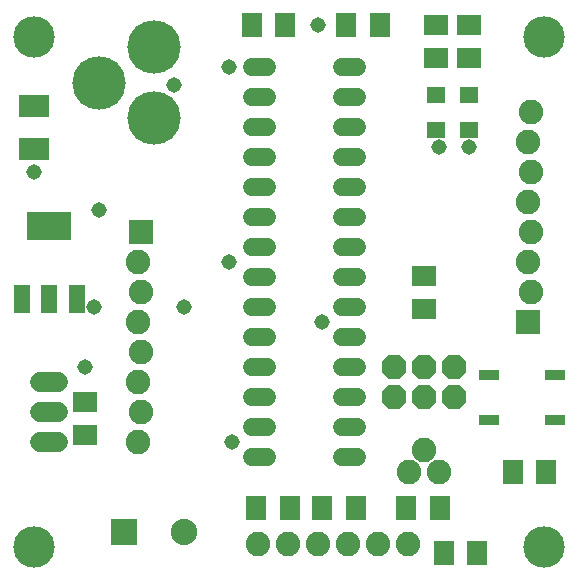
<source format=gts>
G75*
%MOIN*%
%OFA0B0*%
%FSLAX25Y25*%
%IPPOS*%
%LPD*%
%AMOC8*
5,1,8,0,0,1.08239X$1,22.5*
%
%ADD10R,0.07099X0.07887*%
%ADD11R,0.07887X0.07099*%
%ADD12C,0.13800*%
%ADD13R,0.08200X0.08200*%
%ADD14C,0.08200*%
%ADD15OC8,0.08200*%
%ADD16C,0.17800*%
%ADD17R,0.08800X0.08800*%
%ADD18C,0.08800*%
%ADD19R,0.06312X0.05524*%
%ADD20C,0.06800*%
%ADD21R,0.06800X0.03800*%
%ADD22R,0.05600X0.09600*%
%ADD23R,0.14973X0.09461*%
%ADD24C,0.06000*%
%ADD25R,0.10249X0.07493*%
%ADD26C,0.05156*%
D10*
X0197322Y0029000D03*
X0208345Y0029000D03*
X0219322Y0029000D03*
X0230345Y0029000D03*
X0247322Y0029000D03*
X0258345Y0029000D03*
X0282822Y0041000D03*
X0293845Y0041000D03*
X0270845Y0014000D03*
X0259822Y0014000D03*
X0238345Y0190000D03*
X0227322Y0190000D03*
X0206845Y0190000D03*
X0195822Y0190000D03*
D11*
X0257333Y0190012D03*
X0268333Y0190012D03*
X0268333Y0178988D03*
X0257333Y0178988D03*
X0253333Y0106512D03*
X0253333Y0095488D03*
X0140333Y0064512D03*
X0140333Y0053488D03*
D12*
X0123333Y0016000D03*
X0293333Y0016000D03*
X0293333Y0186000D03*
X0123333Y0186000D03*
D13*
X0158833Y0121000D03*
X0287833Y0091000D03*
D14*
X0288833Y0101000D03*
X0287833Y0111000D03*
X0288833Y0121000D03*
X0287833Y0131000D03*
X0288833Y0141000D03*
X0287833Y0151000D03*
X0288833Y0161000D03*
X0157833Y0111000D03*
X0158833Y0101000D03*
X0157833Y0091000D03*
X0158833Y0081000D03*
X0157833Y0071000D03*
X0158833Y0061000D03*
X0157833Y0051000D03*
X0197833Y0017000D03*
X0207833Y0017000D03*
X0217833Y0017000D03*
X0227833Y0017000D03*
X0237833Y0017000D03*
X0247833Y0017000D03*
X0248333Y0041000D03*
X0253333Y0048500D03*
X0258333Y0041000D03*
D15*
X0253333Y0066000D03*
X0243333Y0066000D03*
X0243333Y0076000D03*
X0253333Y0076000D03*
X0263333Y0076000D03*
X0263333Y0066000D03*
D16*
X0163333Y0159063D03*
X0144829Y0170874D03*
X0163333Y0182685D03*
D17*
X0153333Y0021000D03*
D18*
X0173018Y0021000D03*
D19*
X0257333Y0155094D03*
X0268333Y0155094D03*
X0268333Y0166906D03*
X0257333Y0166906D03*
D20*
X0131333Y0071000D02*
X0125333Y0071000D01*
X0125333Y0061000D02*
X0131333Y0061000D01*
X0131333Y0051000D02*
X0125333Y0051000D01*
D21*
X0274833Y0058500D03*
X0274833Y0073500D03*
X0296833Y0073500D03*
X0296833Y0058500D03*
D22*
X0137433Y0098800D03*
X0128333Y0098800D03*
X0119233Y0098800D03*
D23*
X0128333Y0123201D03*
D24*
X0195733Y0126000D02*
X0200933Y0126000D01*
X0200933Y0116000D02*
X0195733Y0116000D01*
X0195733Y0106000D02*
X0200933Y0106000D01*
X0200933Y0096000D02*
X0195733Y0096000D01*
X0195733Y0086000D02*
X0200933Y0086000D01*
X0200933Y0076000D02*
X0195733Y0076000D01*
X0195733Y0066000D02*
X0200933Y0066000D01*
X0200933Y0056000D02*
X0195733Y0056000D01*
X0195733Y0046000D02*
X0200933Y0046000D01*
X0225733Y0046000D02*
X0230933Y0046000D01*
X0230933Y0056000D02*
X0225733Y0056000D01*
X0225733Y0066000D02*
X0230933Y0066000D01*
X0230933Y0076000D02*
X0225733Y0076000D01*
X0225733Y0086000D02*
X0230933Y0086000D01*
X0230933Y0096000D02*
X0225733Y0096000D01*
X0225733Y0106000D02*
X0230933Y0106000D01*
X0230933Y0116000D02*
X0225733Y0116000D01*
X0225733Y0126000D02*
X0230933Y0126000D01*
X0230933Y0136000D02*
X0225733Y0136000D01*
X0225733Y0146000D02*
X0230933Y0146000D01*
X0230933Y0156000D02*
X0225733Y0156000D01*
X0225733Y0166000D02*
X0230933Y0166000D01*
X0230933Y0176000D02*
X0225733Y0176000D01*
X0200933Y0176000D02*
X0195733Y0176000D01*
X0195733Y0166000D02*
X0200933Y0166000D01*
X0200933Y0156000D02*
X0195733Y0156000D01*
X0195733Y0146000D02*
X0200933Y0146000D01*
X0200933Y0136000D02*
X0195733Y0136000D01*
D25*
X0123333Y0148717D03*
X0123333Y0163283D03*
D26*
X0123333Y0141000D03*
X0144829Y0128500D03*
X0188333Y0111000D03*
X0173333Y0096000D03*
X0143333Y0096000D03*
X0140333Y0076000D03*
X0189333Y0051000D03*
X0219333Y0091000D03*
X0258333Y0149500D03*
X0268333Y0149500D03*
X0217833Y0190000D03*
X0188333Y0176000D03*
X0169833Y0170000D03*
M02*

</source>
